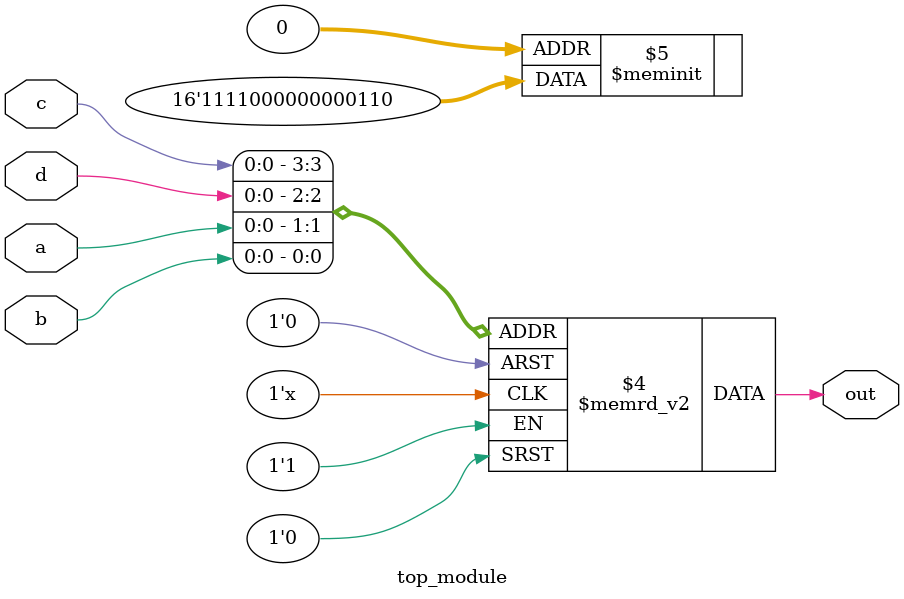
<source format=sv>
module top_module (
    input a,
    input b,
    input c,
    input d,
    output reg out
);

always @(*) begin
    case ({c, d, a, b})
        4'b0001, 4'b0010, 4'b1100, 4'b1101: out = 1'b1;
        4'b0000: out = 1'b0;
        4'b0100, 4'b0101: out = 1'b0;
        4'b1110, 4'b1111: out = 1'b1;
        default: out = 1'b0; // Don't-care case
    endcase
end

endmodule

</source>
